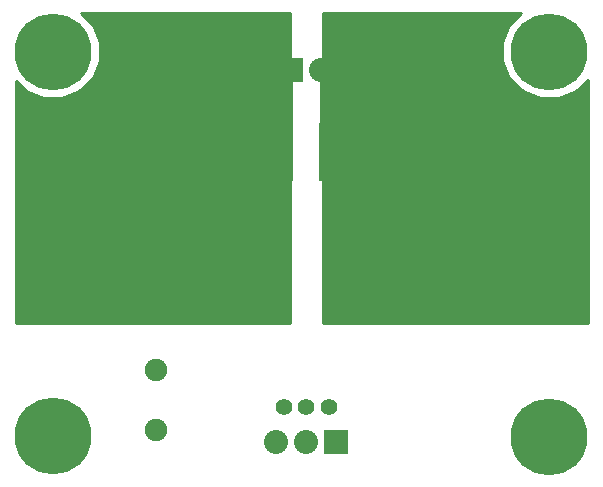
<source format=gtl>
G04 (created by PCBNEW (2013-07-07 BZR 4022)-stable) date 12/08/2014 12:32:08*
%MOIN*%
G04 Gerber Fmt 3.4, Leading zero omitted, Abs format*
%FSLAX34Y34*%
G01*
G70*
G90*
G04 APERTURE LIST*
%ADD10C,0.00590551*%
%ADD11R,0.315X0.1969*%
%ADD12C,0.0551181*%
%ADD13R,0.08X0.08*%
%ADD14C,0.08*%
%ADD15C,0.075*%
%ADD16C,0.2559*%
%ADD17C,0.472441*%
%ADD18C,0.035*%
%ADD19C,0.01*%
G04 APERTURE END LIST*
G54D10*
G54D11*
X23000Y-14250D03*
X27000Y-14250D03*
G54D12*
X24250Y-22750D03*
X25000Y-22750D03*
X25750Y-22750D03*
G54D13*
X26000Y-23900D03*
G54D14*
X25000Y-23900D03*
X24000Y-23900D03*
G54D13*
X24500Y-11500D03*
G54D14*
X25500Y-11500D03*
G54D15*
X20000Y-23500D03*
X20000Y-21500D03*
G54D16*
X16550Y-10900D03*
X33100Y-10900D03*
X16550Y-23700D03*
X33100Y-23750D03*
G54D17*
X31750Y-15000D03*
X18000Y-15000D03*
G54D18*
X30000Y-14000D03*
X29000Y-14000D03*
X29000Y-13000D03*
X30000Y-13000D03*
X30000Y-12000D03*
X29000Y-12000D03*
X28000Y-12000D03*
X28000Y-13000D03*
X27000Y-13000D03*
X26000Y-13000D03*
X27000Y-12000D03*
X27000Y-11000D03*
X28000Y-11000D03*
X29000Y-11000D03*
X30000Y-11000D03*
X31000Y-11000D03*
X31000Y-12000D03*
X31000Y-13000D03*
X32000Y-13000D03*
X33000Y-13000D03*
X34000Y-13000D03*
X34000Y-14000D03*
X34000Y-15000D03*
X34000Y-16000D03*
X34000Y-17000D03*
X33000Y-17000D03*
X32000Y-17000D03*
X31000Y-17000D03*
X30000Y-17000D03*
X30000Y-16000D03*
X30000Y-15000D03*
X29000Y-15000D03*
X29000Y-16000D03*
X29000Y-17000D03*
X29000Y-18000D03*
X30000Y-18000D03*
X31000Y-18000D03*
X32000Y-18000D03*
X33000Y-18000D03*
X34000Y-18000D03*
X34000Y-19000D03*
X33000Y-19000D03*
X32000Y-19000D03*
X31000Y-19000D03*
X30000Y-19000D03*
X29000Y-19000D03*
X28000Y-19000D03*
X28000Y-18000D03*
X28000Y-17000D03*
X27000Y-17000D03*
X27000Y-18000D03*
X27000Y-19000D03*
X26000Y-19000D03*
X26000Y-18000D03*
X26000Y-17000D03*
X21000Y-16000D03*
X20000Y-16000D03*
X20000Y-15000D03*
X21000Y-15000D03*
X21000Y-14000D03*
X20000Y-14000D03*
X19000Y-14000D03*
X19000Y-13000D03*
X20000Y-13000D03*
X21000Y-13000D03*
X22000Y-13000D03*
X23000Y-13000D03*
X22000Y-12000D03*
X21000Y-12000D03*
X20000Y-12000D03*
X19000Y-12000D03*
X19000Y-11000D03*
X20000Y-11000D03*
X21000Y-11000D03*
X22000Y-11000D03*
X23000Y-11000D03*
X23000Y-12000D03*
X24000Y-13000D03*
X24000Y-17000D03*
X23000Y-17000D03*
X22000Y-17000D03*
X21000Y-17000D03*
X20000Y-17000D03*
X20000Y-18000D03*
X21000Y-18000D03*
X22000Y-18000D03*
X23000Y-18000D03*
X24000Y-18000D03*
X24000Y-19000D03*
X23000Y-19000D03*
X22000Y-19000D03*
X21000Y-19000D03*
X20000Y-19000D03*
X19000Y-19000D03*
X18000Y-19000D03*
X17000Y-19000D03*
X16000Y-19000D03*
X16000Y-18000D03*
X17000Y-18000D03*
X18000Y-18000D03*
X19000Y-18000D03*
X19000Y-17000D03*
X18000Y-17000D03*
X17000Y-17000D03*
X16000Y-17000D03*
X16000Y-16000D03*
X16000Y-15000D03*
X16000Y-14000D03*
X16000Y-13000D03*
X17000Y-13000D03*
X18000Y-13000D03*
G54D19*
X27000Y-15000D02*
X26750Y-15000D01*
X25500Y-13750D02*
X25500Y-11500D01*
X26750Y-15000D02*
X25500Y-13750D01*
X31000Y-15000D02*
X31750Y-15000D01*
X30000Y-14000D02*
X31000Y-15000D01*
X29000Y-13000D02*
X29000Y-14000D01*
X30000Y-12000D02*
X30000Y-13000D01*
X28000Y-12000D02*
X29000Y-12000D01*
X27000Y-13000D02*
X28000Y-13000D01*
X27000Y-12000D02*
X26000Y-13000D01*
X28000Y-11000D02*
X27000Y-11000D01*
X30000Y-11000D02*
X29000Y-11000D01*
X31000Y-12000D02*
X31000Y-11000D01*
X32000Y-13000D02*
X31000Y-13000D01*
X34000Y-13000D02*
X33000Y-13000D01*
X34000Y-15000D02*
X34000Y-14000D01*
X34000Y-17000D02*
X34000Y-16000D01*
X32000Y-17000D02*
X33000Y-17000D01*
X30000Y-17000D02*
X31000Y-17000D01*
X30000Y-15000D02*
X30000Y-16000D01*
X29000Y-16000D02*
X29000Y-15000D01*
X29000Y-18000D02*
X29000Y-17000D01*
X31000Y-18000D02*
X30000Y-18000D01*
X33000Y-18000D02*
X32000Y-18000D01*
X34000Y-19000D02*
X34000Y-18000D01*
X32000Y-19000D02*
X33000Y-19000D01*
X30000Y-19000D02*
X31000Y-19000D01*
X28000Y-19000D02*
X29000Y-19000D01*
X28000Y-17000D02*
X28000Y-18000D01*
X27000Y-18000D02*
X27000Y-17000D01*
X26000Y-19000D02*
X27000Y-19000D01*
X26000Y-17000D02*
X26000Y-18000D01*
X23000Y-15000D02*
X23250Y-15000D01*
X24500Y-13750D02*
X24500Y-11500D01*
X23250Y-15000D02*
X24500Y-13750D01*
X20000Y-16000D02*
X21000Y-16000D01*
X21000Y-15000D02*
X20000Y-15000D01*
X20000Y-14000D02*
X21000Y-14000D01*
X19000Y-13000D02*
X19000Y-14000D01*
X21000Y-13000D02*
X20000Y-13000D01*
X23000Y-13000D02*
X22000Y-13000D01*
X21000Y-12000D02*
X22000Y-12000D01*
X19000Y-12000D02*
X20000Y-12000D01*
X20000Y-11000D02*
X19000Y-11000D01*
X22000Y-11000D02*
X21000Y-11000D01*
X23000Y-12000D02*
X23000Y-11000D01*
X24000Y-17000D02*
X24000Y-13000D01*
X22000Y-17000D02*
X23000Y-17000D01*
X20000Y-17000D02*
X21000Y-17000D01*
X21000Y-18000D02*
X20000Y-18000D01*
X23000Y-18000D02*
X22000Y-18000D01*
X24000Y-19000D02*
X24000Y-18000D01*
X22000Y-19000D02*
X23000Y-19000D01*
X20000Y-19000D02*
X21000Y-19000D01*
X18000Y-19000D02*
X19000Y-19000D01*
X16000Y-19000D02*
X17000Y-19000D01*
X17000Y-18000D02*
X16000Y-18000D01*
X19000Y-18000D02*
X18000Y-18000D01*
X18000Y-17000D02*
X19000Y-17000D01*
X16000Y-17000D02*
X17000Y-17000D01*
X16000Y-15000D02*
X16000Y-16000D01*
X16000Y-13000D02*
X16000Y-14000D01*
X18000Y-13000D02*
X17000Y-13000D01*
G54D10*
G36*
X34380Y-19950D02*
X25550Y-19950D01*
X25550Y-9619D01*
X32166Y-9619D01*
X31773Y-10012D01*
X31534Y-10587D01*
X31534Y-11210D01*
X31772Y-11785D01*
X32212Y-12226D01*
X32787Y-12465D01*
X33410Y-12465D01*
X33985Y-12227D01*
X34380Y-11833D01*
X34380Y-19950D01*
X34380Y-19950D01*
G37*
G54D19*
X34380Y-19950D02*
X25550Y-19950D01*
X25550Y-9619D01*
X32166Y-9619D01*
X31773Y-10012D01*
X31534Y-10587D01*
X31534Y-11210D01*
X31772Y-11785D01*
X32212Y-12226D01*
X32787Y-12465D01*
X33410Y-12465D01*
X33985Y-12227D01*
X34380Y-11833D01*
X34380Y-19950D01*
G54D10*
G36*
X24450Y-19950D02*
X15319Y-19950D01*
X15319Y-11883D01*
X15662Y-12226D01*
X16237Y-12465D01*
X16860Y-12465D01*
X17435Y-12227D01*
X17876Y-11787D01*
X18115Y-11212D01*
X18115Y-10589D01*
X17877Y-10014D01*
X17483Y-9619D01*
X24450Y-9619D01*
X24450Y-19950D01*
X24450Y-19950D01*
G37*
G54D19*
X24450Y-19950D02*
X15319Y-19950D01*
X15319Y-11883D01*
X15662Y-12226D01*
X16237Y-12465D01*
X16860Y-12465D01*
X17435Y-12227D01*
X17876Y-11787D01*
X18115Y-11212D01*
X18115Y-10589D01*
X17877Y-10014D01*
X17483Y-9619D01*
X24450Y-9619D01*
X24450Y-19950D01*
M02*

</source>
